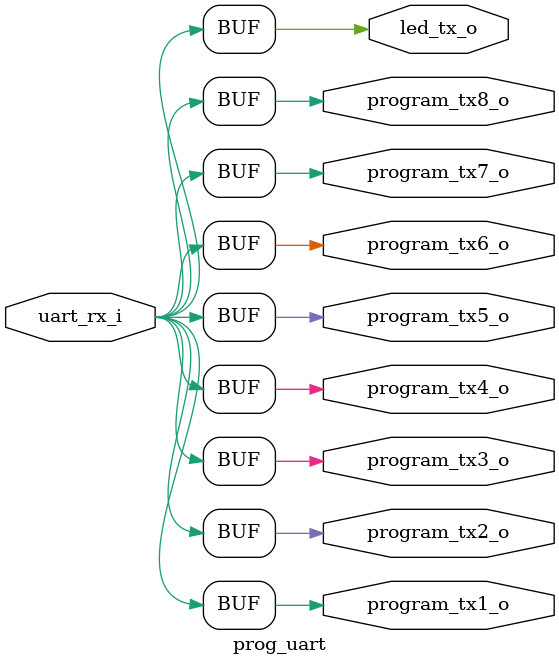
<source format=v>

`timescale 1ns / 1ps

module prog_uart(
    input uart_rx_i, // USB rx
    output program_tx1_o, // K17 pmod header'dan cikan 1. programlama cikis tx portu
    output program_tx2_o, // L17 pmod header'dan cikan 2. programlama cikis tx portu
    output program_tx3_o, // M18 pmod header'dan cikan 3. programlama cikis tx portu
    output program_tx4_o, // M19 pmod header'dan cikan 4. programlama cikis tx portu
    output program_tx5_o, // N17 pmod header'dan cikan 5. programlama cikis tx portu
    output program_tx6_o, // P17 pmod header'dan cikan 6. programlama cikis tx portu
    output program_tx7_o, // P18 pmod header'dan cikan 7. programlama cikis tx portu
    output program_tx8_o, // R18 pmod header'dan cikan 8. programlama cikis tx portu
    output led_tx_o // tx'e bagli led, programlanirken hizli hizli yanip sonuyor
);
    
    assign program_tx1_o = uart_rx_i;
    assign program_tx2_o = uart_rx_i;
    assign program_tx3_o = uart_rx_i;
    assign program_tx4_o = uart_rx_i;
    assign program_tx5_o = uart_rx_i;
    assign program_tx6_o = uart_rx_i;
    assign program_tx7_o = uart_rx_i;
    assign program_tx8_o = uart_rx_i;
    assign led_tx_o = program_tx1_o;
endmodule

</source>
